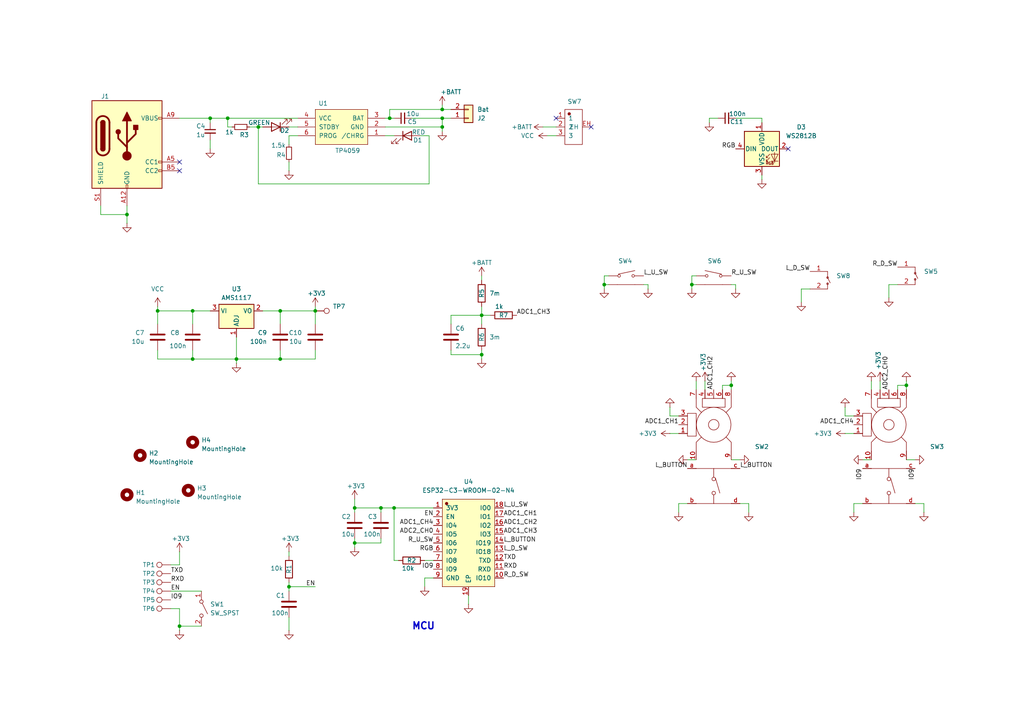
<source format=kicad_sch>
(kicad_sch (version 20231120) (generator "eeschema") (generator_version "8.0")
  (paper "A4")
  (lib_symbols
    (symbol "Connector:TestPoint" (pin_numbers hide) (pin_names (offset 0.762) hide)
      (property "Reference" "TP" (at 0 6.858 0))
      (property "Value" "TestPoint" (at 0 5.08 0))
      (symbol "TestPoint_0_1"
        (circle (center 0 3.302) (radius 0.762))
      )
      (symbol "TestPoint_1_1"
        (pin passive line (at 0 0 90) (length 2.54) (name "1") (number "1"))
      )
    )
    (symbol "Connector:USB_C_Receptacle_PowerOnly_6P" (pin_names (offset 1.016))
      (property "Reference" "J" (at 0 16.51 0))
      (property "Value" "USB_C_Receptacle_PowerOnly_6P" (at 0 13.97 0))
      (symbol "USB_C_Receptacle_PowerOnly_6P_0_0"
        (rectangle (start -0.254 -12.7) (end 0.254 -11.684))
        (rectangle (start 10.16 -7.366) (end 9.144 -7.874))
        (rectangle (start 10.16 -4.826) (end 9.144 -5.334))
        (rectangle (start 10.16 7.874) (end 9.144 7.366))
      )
      (symbol "USB_C_Receptacle_PowerOnly_6P_0_1"
        (rectangle (start -10.16 12.7) (end 10.16 -12.7) (stroke (width 0.254)) (fill (type background)))
        (arc (start -8.89 -1.27) (mid -6.985 -3.1667) (end -5.08 -1.27) (stroke (width 0.508)))
        (arc (start -7.62 -1.27) (mid -6.985 -1.9023) (end -6.35 -1.27) (stroke (width 0.254)))
        (arc (start -7.62 -1.27) (mid -6.985 -1.9023) (end -6.35 -1.27) (stroke (width 0.254)) (fill (type outline)))
        (rectangle (start -7.62 -1.27) (end -6.35 6.35) (stroke (width 0.254)) (fill (type outline)))
        (arc (start -6.35 6.35) (mid -6.985 6.9823) (end -7.62 6.35) (stroke (width 0.254)))
        (arc (start -6.35 6.35) (mid -6.985 6.9823) (end -7.62 6.35) (stroke (width 0.254)) (fill (type outline)))
        (arc (start -5.08 6.35) (mid -6.985 8.2467) (end -8.89 6.35) (stroke (width 0.508)))
        (circle (center -2.54 3.683) (radius 0.635) (stroke (width 0.254)) (fill (type outline)))
        (circle (center 0 -3.302) (radius 1.27) (fill (type outline)))
        (polyline (pts (xy -8.89 -1.27) (xy -8.89 6.35)) (stroke (width 0.508)))
        (polyline (pts (xy -5.08 6.35) (xy -5.08 -1.27)) (stroke (width 0.508)))
        (polyline (pts (xy 0 -3.302) (xy 0 6.858)) (stroke (width 0.508)))
        (polyline (pts (xy 0 -0.762) (xy -2.54 1.778) (xy -2.54 3.048)) (stroke (width 0.508)))
        (polyline (pts (xy 0 0.508) (xy 2.54 3.048) (xy 2.54 4.318)) (stroke (width 0.508)))
        (polyline (pts (xy -1.27 6.858) (xy 0 9.398) (xy 1.27 6.858) (xy -1.27 6.858)) (stroke (width 0.254)) (fill (type outline)))
        (rectangle (start 1.905 4.318) (end 3.175 5.588) (stroke (width 0.254)) (fill (type outline)))
      )
      (symbol "USB_C_Receptacle_PowerOnly_6P_1_1"
        (pin passive line (at 0 -17.78 90) (length 5.08) (name "GND") (number "A12"))
        (pin bidirectional line (at 15.24 -5.08 180) (length 5.08) (name "CC1") (number "A5"))
        (pin passive line (at 15.24 7.62 180) (length 5.08) (name "VBUS") (number "A9"))
        (pin passive line (at 0 -17.78 90) (length 5.08) hide (name "GND") (number "B12"))
        (pin bidirectional line (at 15.24 -7.62 180) (length 5.08) (name "CC2") (number "B5"))
        (pin passive line (at 15.24 7.62 180) (length 5.08) hide (name "VBUS") (number "B9"))
        (pin passive line (at -7.62 -17.78 90) (length 5.08) (name "SHIELD") (number "S1"))
      )
    )
    (symbol "Connector_Generic:Conn_01x02" (pin_names (offset 1.016) hide)
      (property "Reference" "J" (at 0 2.54 0))
      (property "Value" "Conn_01x02" (at 0 -5.08 0))
      (symbol "Conn_01x02_1_1"
        (rectangle (start -1.27 -2.413) (end 0 -2.667) (stroke (width 0.1524)))
        (rectangle (start -1.27 0.127) (end 0 -0.127) (stroke (width 0.1524)))
        (rectangle (start -1.27 1.27) (end 1.27 -3.81) (stroke (width 0.254)) (fill (type background)))
        (pin passive line (at -5.08 0 0) (length 3.81) (name "Pin_1") (number "1"))
        (pin passive line (at -5.08 -2.54 0) (length 3.81) (name "Pin_2") (number "2"))
      )
    )
    (symbol "Device:C" (pin_numbers hide) (pin_names (offset 0.254))
      (property "Reference" "C" (at 0.635 2.54 0))
      (property "Value" "C" (at 0.635 -2.54 0))
      (symbol "C_0_1"
        (polyline (pts (xy -2.032 -0.762) (xy 2.032 -0.762)) (stroke (width 0.508)))
        (polyline (pts (xy -2.032 0.762) (xy 2.032 0.762)) (stroke (width 0.508)))
      )
      (symbol "C_1_1"
        (pin passive line (at 0 3.81 270) (length 2.794) (name "~") (number "1"))
        (pin passive line (at 0 -3.81 90) (length 2.794) (name "~") (number "2"))
      )
    )
    (symbol "Device:C_Small" (pin_numbers hide) (pin_names (offset 0.254) hide)
      (property "Reference" "C" (at 0.254 1.778 0))
      (property "Value" "C_Small" (at 0.254 -2.032 0))
      (symbol "C_Small_0_1"
        (polyline (pts (xy -1.524 -0.508) (xy 1.524 -0.508)) (stroke (width 0.3302)))
        (polyline (pts (xy -1.524 0.508) (xy 1.524 0.508)) (stroke (width 0.3048)))
      )
      (symbol "C_Small_1_1"
        (pin passive line (at 0 2.54 270) (length 2.032) (name "~") (number "1"))
        (pin passive line (at 0 -2.54 90) (length 2.032) (name "~") (number "2"))
      )
    )
    (symbol "Device:LED" (pin_numbers hide) (pin_names (offset 1.016) hide)
      (property "Reference" "D" (at 0 2.54 0))
      (property "Value" "LED" (at 0 -2.54 0))
      (symbol "LED_0_1"
        (polyline (pts (xy -1.27 -1.27) (xy -1.27 1.27)) (stroke (width 0.254)))
        (polyline (pts (xy -1.27 0) (xy 1.27 0)))
        (polyline (pts (xy 1.27 -1.27) (xy 1.27 1.27) (xy -1.27 0) (xy 1.27 -1.27)) (stroke (width 0.254)))
        (polyline (pts (xy -3.048 -0.762) (xy -4.572 -2.286) (xy -3.81 -2.286) (xy -4.572 -2.286) (xy -4.572 -1.524)))
        (polyline (pts (xy -1.778 -0.762) (xy -3.302 -2.286) (xy -2.54 -2.286) (xy -3.302 -2.286) (xy -3.302 -1.524)))
      )
      (symbol "LED_1_1"
        (pin passive line (at -3.81 0 0) (length 2.54) (name "K") (number "1"))
        (pin passive line (at 3.81 0 180) (length 2.54) (name "A") (number "2"))
      )
    )
    (symbol "Device:R" (pin_numbers hide) (pin_names (offset 0))
      (property "Reference" "R" (at 2.032 0 90))
      (property "Value" "R" (at 0 0 90))
      (symbol "R_0_1"
        (rectangle (start -1.016 -2.54) (end 1.016 2.54) (stroke (width 0.254)))
      )
      (symbol "R_1_1"
        (pin passive line (at 0 3.81 270) (length 1.27) (name "~") (number "1"))
        (pin passive line (at 0 -3.81 90) (length 1.27) (name "~") (number "2"))
      )
    )
    (symbol "Device:R_Small" (pin_numbers hide) (pin_names (offset 0.254) hide)
      (property "Reference" "R" (at 0.762 0.508 0))
      (property "Value" "R_Small" (at 0.762 -1.016 0))
      (symbol "R_Small_0_1"
        (rectangle (start -0.762 1.778) (end 0.762 -1.778) (stroke (width 0.2032)))
      )
      (symbol "R_Small_1_1"
        (pin passive line (at 0 2.54 270) (length 0.762) (name "~") (number "1"))
        (pin passive line (at 0 -2.54 90) (length 0.762) (name "~") (number "2"))
      )
    )
    (symbol "LED:WS2812B" (pin_names (offset 0.254))
      (property "Reference" "D" (at 5.08 5.715 0))
      (property "Value" "WS2812B" (at 1.27 -5.715 0))
      (symbol "WS2812B_0_0"
        (text "RGB" (at 2.286 -4.191 0) (effects (font (size 0.762 0.762))))
      )
      (symbol "WS2812B_0_1"
        (polyline (pts (xy 1.27 -3.556) (xy 1.778 -3.556)))
        (polyline (pts (xy 1.27 -2.54) (xy 1.778 -2.54)))
        (polyline (pts (xy 4.699 -3.556) (xy 2.667 -3.556)))
        (polyline (pts (xy 2.286 -2.54) (xy 1.27 -3.556) (xy 1.27 -3.048)))
        (polyline (pts (xy 2.286 -1.524) (xy 1.27 -2.54) (xy 1.27 -2.032)))
        (polyline (pts (xy 3.683 -1.016) (xy 3.683 -3.556) (xy 3.683 -4.064)))
        (polyline (pts (xy 4.699 -1.524) (xy 2.667 -1.524) (xy 3.683 -3.556) (xy 4.699 -1.524)))
        (rectangle (start 5.08 5.08) (end -5.08 -5.08) (stroke (width 0.254)) (fill (type background)))
      )
      (symbol "WS2812B_1_1"
        (pin power_in line (at 0 7.62 270) (length 2.54) (name "VDD") (number "1"))
        (pin output line (at 7.62 0 180) (length 2.54) (name "DOUT") (number "2"))
        (pin power_in line (at 0 -7.62 90) (length 2.54) (name "VSS") (number "3"))
        (pin input line (at -7.62 0 0) (length 2.54) (name "DIN") (number "4"))
      )
    )
    (symbol "Mechanical:MountingHole" (pin_names (offset 1.016))
      (property "Reference" "H" (at 0 5.08 0))
      (property "Value" "MountingHole" (at 0 3.175 0))
      (symbol "MountingHole_0_1"
        (circle (center 0 0) (radius 1.27) (stroke (width 1.27)))
      )
    )
    (symbol "Regulator_Linear:AMS1117"
      (property "Reference" "U" (at -3.81 3.175 0))
      (property "Value" "AMS1117" (at 0 3.175 0))
      (symbol "AMS1117_0_1"
        (rectangle (start -5.08 -5.08) (end 5.08 1.905) (stroke (width 0.254)) (fill (type background)))
      )
      (symbol "AMS1117_1_1"
        (pin input line (at 0 -7.62 90) (length 2.54) (name "ADJ") (number "1"))
        (pin power_out line (at 7.62 0 180) (length 2.54) (name "VO") (number "2"))
        (pin power_in line (at -7.62 0 0) (length 2.54) (name "VI") (number "3"))
      )
    )
    (symbol "Switch:SW_SPST" (pin_names (offset 0) hide)
      (property "Reference" "SW" (at 0 3.175 0))
      (property "Value" "SW_SPST" (at 0 -2.54 0))
      (symbol "SW_SPST_0_0"
        (circle (center -2.032 0) (radius 0.508))
        (polyline (pts (xy -1.524 0.254) (xy 1.524 1.778)))
        (circle (center 2.032 0) (radius 0.508))
      )
      (symbol "SW_SPST_1_1"
        (pin passive line (at -5.08 0 0) (length 2.54) (name "A") (number "1"))
        (pin passive line (at 5.08 0 180) (length 2.54) (name "B") (number "2"))
      )
    )
    (symbol "espController:ESP32-C3-WROOM-02-N4" (pin_names (offset 1.016))
      (property "Reference" "U" (at 0 16.5862 0))
      (property "Value" "ESP32-C3-WROOM-02-N4" (at 0 21.6662 0))
      (symbol "ESP32-C3-WROOM-02-N4_1_1"
        (rectangle (start -7.62 13.97) (end 7.62 -11.43) (stroke (width 0.1524)) (fill (type background)))
        (circle (center -6.35 12.7) (radius 0.381) (stroke (width 0.1524)) (fill (type outline)))
        (pin input line (at -10.16 11.43 0) (length 2.54) (name "3V3") (number "1"))
        (pin input line (at 10.16 -8.89 180) (length 2.54) (name "IO10") (number "10"))
        (pin input line (at 10.16 -6.35 180) (length 2.54) (name "RXD") (number "11"))
        (pin input line (at 10.16 -3.81 180) (length 2.54) (name "TXD") (number "12"))
        (pin input line (at 10.16 -1.27 180) (length 2.54) (name "IO18") (number "13"))
        (pin input line (at 10.16 1.27 180) (length 2.54) (name "IO19") (number "14"))
        (pin input line (at 10.16 3.81 180) (length 2.54) (name "IO3") (number "15"))
        (pin input line (at 10.16 6.35 180) (length 2.54) (name "IO2") (number "16"))
        (pin input line (at 10.16 8.89 180) (length 2.54) (name "IO1") (number "17"))
        (pin input line (at 10.16 11.43 180) (length 2.54) (name "IO0") (number "18"))
        (pin input line (at 0 -13.97 90) (length 2.54) (name "EP") (number "19"))
        (pin input line (at -10.16 8.89 0) (length 2.54) (name "EN") (number "2"))
        (pin input line (at -10.16 6.35 0) (length 2.54) (name "IO4") (number "3"))
        (pin input line (at -10.16 3.81 0) (length 2.54) (name "IO5") (number "4"))
        (pin input line (at -10.16 1.27 0) (length 2.54) (name "IO6") (number "5"))
        (pin input line (at -10.16 -1.27 0) (length 2.54) (name "IO7") (number "6"))
        (pin input line (at -10.16 -3.81 0) (length 2.54) (name "IO8") (number "7"))
        (pin input line (at -10.16 -6.35 0) (length 2.54) (name "IO9") (number "8"))
        (pin input line (at -10.16 -8.89 0) (length 2.54) (name "GND") (number "9"))
      )
    )
    (symbol "espController:RKJXV1224005" (pin_names (offset 1.016) hide)
      (property "Reference" "SW" (at 0 19.558 0))
      (property "Value" "RKJXV1224005" (at 0 24.638 0))
      (symbol "RKJXV1224005_1_1"
        (rectangle (start -6.35 9.652) (end -3.81 3.048) (stroke (width 0.1524)))
        (rectangle (start -2.032 13.97) (end 4.572 11.43) (stroke (width 0.1524)))
        (polyline (pts (xy -3.81 -16.51) (xy 6.35 -16.51)) (stroke (width 0.1524)))
        (polyline (pts (xy -3.81 -6.35) (xy 6.35 -6.35)) (stroke (width 0.1524)))
        (polyline (pts (xy -3.81 11.43) (xy -3.81 13.97)) (stroke (width 0.1524)))
        (polyline (pts (xy -3.81 11.43) (xy -2.286 9.906)) (stroke (width 0.1524)))
        (polyline (pts (xy 1.27 -16.51) (xy 1.27 -13.97)) (stroke (width 0.1524)))
        (polyline (pts (xy 1.27 -6.35) (xy 1.27 -8.89)) (stroke (width 0.1524)))
        (polyline (pts (xy 1.778 -9.144) (xy 3.048 -13.462)) (stroke (width 0.1524)))
        (polyline (pts (xy -3.81 -1.27) (xy -3.81 1.27) (xy -2.286 2.794)) (stroke (width 0.1524)))
        (polyline (pts (xy 6.35 -1.27) (xy 6.35 1.27) (xy 4.826 2.794)) (stroke (width 0.1524)))
        (polyline (pts (xy 6.35 13.97) (xy 6.35 11.43) (xy 4.826 9.906)) (stroke (width 0.1524)))
        (polyline (pts (xy 6.2738 6.35) (xy 6.1722 5.334) (xy 5.8928 4.3942) (xy 5.4356 3.5052) (xy 4.8006 2.7432) (xy 4.0386 2.1082) (xy 3.175 1.651) (xy 2.2352 1.3462) (xy 1.27 1.27) (xy 0.2794 1.3462) (xy -0.6604 1.651) (xy -1.524 2.1082) (xy -2.286 2.7432) (xy -2.921 3.5052) (xy -3.3782 4.3942) (xy -3.6576 5.334) (xy -3.7592 6.35) (xy -3.6576 7.3406) (xy -3.3782 8.2804) (xy -2.921 9.1694) (xy -2.286 9.9314) (xy -1.524 10.5664) (xy -0.6604 11.0236) (xy 0.2794 11.3284) (xy 1.27 11.43) (xy 2.2352 11.3284) (xy 3.175 11.0236) (xy 4.0386 10.5664) (xy 4.8006 9.9314) (xy 5.4356 9.1694) (xy 5.8928 8.2804) (xy 6.1722 7.3406) (xy 6.2738 6.4262)) (stroke (width 0.1524)))
        (circle (center 1.27 -13.462) (radius 0.508) (stroke (width 0.1524)))
        (circle (center 1.27 -9.398) (radius 0.508) (stroke (width 0.1524)))
        (circle (center 1.27 6.35) (radius 1.524) (stroke (width 0.1524)))
        (pin input line (at -8.89 3.81 0) (length 2.54) (name "B") (number "1"))
        (pin input line (at -3.81 -3.81 90) (length 2.54) (name "GND") (number "10"))
        (pin input line (at -8.89 6.35 0) (length 2.54) (name "DTA") (number "2"))
        (pin input line (at -8.89 8.89 0) (length 2.54) (name "A") (number "3"))
        (pin input line (at -1.27 16.51 270) (length 2.54) (name "A") (number "4"))
        (pin input line (at 1.27 16.51 270) (length 2.54) (name "DTA") (number "5"))
        (pin input line (at 3.81 16.51 270) (length 2.54) (name "B") (number "6"))
        (pin input line (at -3.81 16.51 270) (length 2.54) (name "GND") (number "7"))
        (pin input line (at 6.35 16.51 270) (length 2.54) (name "GND") (number "8"))
        (pin input line (at 6.35 -3.81 90) (length 2.54) (name "GND") (number "9"))
        (pin input line (at -6.35 -6.35 0) (length 2.54) (name "a") (number "a"))
        (pin input line (at -6.35 -16.51 0) (length 2.54) (name "b") (number "b"))
        (pin input line (at 8.89 -6.35 180) (length 2.54) (name "c") (number "c"))
        (pin input line (at 8.89 -16.51 180) (length 2.54) (name "d") (number "d"))
      )
    )
    (symbol "espController:SK-12D07-L3-B" (pin_names (offset 1.016))
      (property "Reference" "SW" (at 0 8.4582 0))
      (property "Value" "SK-12D07-L3-B" (at 0 13.5382 0))
      (symbol "SK-12D07-L3-B_1_1"
        (rectangle (start -5.08 2.54) (end 5.08 -2.54) (stroke (width 0.1524)))
        (circle (center -3.81 -1.27) (radius 0.381) (stroke (width 0.1524)) (fill (type outline)))
        (pin input line (at -2.54 -5.08 90) (length 2.54) (name "1") (number "1"))
        (pin input line (at 0 -5.08 90) (length 2.54) (name "2") (number "2"))
        (pin input line (at 2.54 -5.08 90) (length 2.54) (name "3") (number "3"))
        (pin input line (at 0 5.08 270) (length 2.54) (name "EH") (number "EH"))
      )
    )
    (symbol "espController:TC-1102N-C-AS-B" (pin_numbers hide) (pin_names (offset 1.016) hide)
      (property "Reference" "SW" (at 0 4.064 0))
      (property "Value" "TC-1102N-C-AS-B" (at 0 9.144 0))
      (symbol "TC-1102N-C-AS-B_1_1"
        (circle (center -2.032 0) (radius 0.381) (stroke (width 0.1524)))
        (polyline (pts (xy -2.54 -2.54) (xy 2.54 -2.54)) (stroke (width 0.1524)))
        (polyline (pts (xy -2.54 1.524) (xy 2.286 0.508)) (stroke (width 0.1524)))
        (circle (center 2.032 0) (radius 0.381) (stroke (width 0.1524)))
        (pin input line (at -5.08 0 0) (length 2.54) (name "1") (number "1"))
        (pin input line (at 5.08 0 180) (length 2.54) (name "2") (number "2"))
        (pin input line (at 5.08 -2.54 180) (length 2.54) (name "3") (number "3"))
        (pin input line (at -5.08 -2.54 0) (length 2.54) (name "4") (number "4"))
      )
    )
    (symbol "espController:TP4059" (pin_names (offset 1.016))
      (property "Reference" "U" (at 0 7.747 0))
      (property "Value" "TP4059" (at 0 12.827 0))
      (symbol "TP4059_1_1"
        (rectangle (start -7.62 5.08) (end 7.62 -5.08) (stroke (width 0.1524)) (fill (type background)))
        (pin input line (at -12.7 2.54 0) (length 5.08) (name "/CHRG") (number "1"))
        (pin input line (at -12.7 0 0) (length 5.08) (name "GND") (number "2"))
        (pin input line (at -12.7 -2.54 0) (length 5.08) (name "BAT") (number "3"))
        (pin input line (at 12.7 -2.54 180) (length 5.08) (name "VCC") (number "4"))
        (pin input line (at 12.7 0 180) (length 5.08) (name "STDBY") (number "5"))
        (pin input line (at 12.7 2.54 180) (length 5.08) (name "PROG") (number "6"))
      )
    )
    (symbol "espController:TS-1199A-B-B" (pin_names (offset 1.016) hide)
      (property "Reference" "SW" (at 0 7.747 0))
      (property "Value" "TS-1199A-B-B" (at 0 12.827 0))
      (symbol "TS-1199A-B-B_1_1"
        (circle (center 0 -1.016) (radius 0.254) (stroke (width 0.1524)))
        (polyline (pts (xy 0 -2.54) (xy 0 -0.762)) (stroke (width 0.1524)))
        (polyline (pts (xy 0 2.54) (xy 0 0.762)) (stroke (width 0.1524)))
        (polyline (pts (xy 0.762 -0.762) (xy 0 0.762)) (stroke (width 0.1524)))
        (circle (center 0 0.762) (radius 0.254) (stroke (width 0.1524)))
        (pin input line (at -5.08 2.54 0) (length 5.08) (name "1") (number "1"))
        (pin input line (at -5.08 -2.54 0) (length 5.08) (name "2") (number "2"))
      )
    )
    (symbol "power:+3V3" (power) (pin_numbers hide) (pin_names (offset 0) hide)
      (property "Value" "+3V3" (at 0 3.556 0))
      (symbol "+3V3_0_1"
        (polyline (pts (xy -0.762 1.27) (xy 0 2.54)))
        (polyline (pts (xy 0 0) (xy 0 2.54)))
        (polyline (pts (xy 0 2.54) (xy 0.762 1.27)))
      )
      (symbol "+3V3_1_1"
        (pin power_in line (at 0 0 90) (length 0) (name "~") (number "1"))
      )
    )
    (symbol "power:+BATT" (power) (pin_names (offset 0))
      (property "Value" "+BATT" (at 0 3.556 0))
      (symbol "+BATT_0_1"
        (polyline (pts (xy -0.762 1.27) (xy 0 2.54)))
        (polyline (pts (xy 0 0) (xy 0 2.54)))
        (polyline (pts (xy 0 2.54) (xy 0.762 1.27)))
      )
      (symbol "+BATT_1_1"
        (pin power_in line (at 0 0 90) (length 0) hide (name "+BATT") (number "1"))
      )
    )
    (symbol "power:GND" (power) (pin_numbers hide) (pin_names (offset 0) hide)
      (property "Value" "GND" (at 0 -3.81 0))
      (symbol "GND_0_1"
        (polyline (pts (xy 0 0) (xy 0 -1.27) (xy 1.27 -1.27) (xy 0 -2.54) (xy -1.27 -1.27) (xy 0 -1.27)))
      )
      (symbol "GND_1_1"
        (pin power_in line (at 0 0 270) (length 0) (name "~") (number "1"))
      )
    )
    (symbol "power:VCC" (power) (pin_numbers hide) (pin_names (offset 0) hide)
      (property "Value" "VCC" (at 0 3.556 0))
      (symbol "VCC_0_1"
        (polyline (pts (xy -0.762 1.27) (xy 0 2.54)))
        (polyline (pts (xy 0 0) (xy 0 2.54)))
        (polyline (pts (xy 0 2.54) (xy 0.762 1.27)))
      )
      (symbol "VCC_1_1"
        (pin power_in line (at 0 0 90) (length 0) (name "~") (number "1"))
      )
    )
  )
  (junction (at 128.27 34.29))
  (junction (at 262.89 111.76))
  (junction (at 55.88 90.17))
  (junction (at 60.96 34.29))
  (junction (at 68.58 104.14))
  (junction (at 114.3 147.32))
  (junction (at 81.28 104.14))
  (junction (at 139.7 102.87))
  (junction (at 212.09 111.76))
  (junction (at 52.07 181.61))
  (junction (at 139.7 91.44))
  (junction (at 175.26 82.55))
  (junction (at 200.66 82.55))
  (junction (at 102.87 147.32))
  (junction (at 102.87 157.48))
  (junction (at 110.49 147.32))
  (junction (at 113.03 34.29))
  (junction (at 81.28 90.17))
  (junction (at 83.82 170.18))
  (junction (at 74.93 36.83))
  (junction (at 66.04 34.29))
  (junction (at 45.72 90.17))
  (junction (at 128.27 36.83))
  (junction (at 36.83 62.23))
  (junction (at 91.44 90.17))
  (junction (at 55.88 104.14))
  (junction (at 128.27 31.75))
  (no_connect (at 52.07 46.99))
  (no_connect (at 228.6 43.18))
  (no_connect (at 52.07 49.53))
  (no_connect (at 161.29 34.29))
  (no_connect (at 171.45 36.83))
  (wire (pts (xy 196.85 146.05) (xy 196.85 148.59)))
  (wire (pts (xy 29.21 62.23) (xy 36.83 62.23)))
  (wire (pts (xy 91.44 90.17) (xy 91.44 93.98)))
  (wire (pts (xy 81.28 104.14) (xy 68.58 104.14)))
  (wire (pts (xy 252.73 133.35) (xy 250.19 133.35)))
  (wire (pts (xy 91.44 88.9) (xy 91.44 90.17)))
  (wire (pts (xy 220.98 34.29) (xy 213.36 34.29)))
  (wire (pts (xy 52.07 181.61) (xy 52.07 182.88)))
  (wire (pts (xy 186.69 82.55) (xy 187.96 82.55)))
  (wire (pts (xy 255.27 110.49) (xy 255.27 113.03)))
  (wire (pts (xy 212.09 82.55) (xy 213.36 82.55)))
  (wire (pts (xy 220.98 50.8) (xy 220.98 52.07)))
  (wire (pts (xy 36.83 62.23) (xy 36.83 64.77)))
  (wire (pts (xy 245.11 120.65) (xy 245.11 118.11)))
  (wire (pts (xy 194.31 120.65) (xy 196.85 120.65)))
  (wire (pts (xy 45.72 93.98) (xy 45.72 90.17)))
  (wire (pts (xy 119.38 34.29) (xy 128.27 34.29)))
  (wire (pts (xy 45.72 101.6) (xy 45.72 104.14)))
  (wire (pts (xy 91.44 104.14) (xy 81.28 104.14)))
  (wire (pts (xy 52.07 34.29) (xy 60.96 34.29)))
  (wire (pts (xy 113.03 31.75) (xy 113.03 34.29)))
  (wire (pts (xy 247.65 146.05) (xy 250.19 146.05)))
  (wire (pts (xy 111.76 39.37) (xy 114.3 39.37)))
  (wire (pts (xy 175.26 82.55) (xy 175.26 83.82)))
  (wire (pts (xy 205.74 34.29) (xy 208.28 34.29)))
  (wire (pts (xy 130.81 101.6) (xy 130.81 102.87)))
  (wire (pts (xy 45.72 90.17) (xy 55.88 90.17)))
  (wire (pts (xy 83.82 170.18) (xy 83.82 171.45)))
  (wire (pts (xy 45.72 104.14) (xy 55.88 104.14)))
  (wire (pts (xy 55.88 90.17) (xy 60.96 90.17)))
  (wire (pts (xy 130.81 31.75) (xy 128.27 31.75)))
  (wire (pts (xy 214.63 146.05) (xy 217.17 146.05)))
  (wire (pts (xy 55.88 104.14) (xy 68.58 104.14)))
  (wire (pts (xy 257.81 82.55) (xy 260.35 82.55)))
  (wire (pts (xy 128.27 34.29) (xy 128.27 36.83)))
  (wire (pts (xy 139.7 104.14) (xy 139.7 102.87)))
  (wire (pts (xy 139.7 91.44) (xy 139.7 93.98)))
  (wire (pts (xy 81.28 101.6) (xy 81.28 104.14)))
  (wire (pts (xy 83.82 36.83) (xy 86.36 36.83)))
  (wire (pts (xy 158.75 39.37) (xy 161.29 39.37)))
  (wire (pts (xy 76.2 90.17) (xy 81.28 90.17)))
  (wire (pts (xy 245.11 125.73) (xy 247.65 125.73)))
  (wire (pts (xy 45.72 88.9) (xy 45.72 90.17)))
  (wire (pts (xy 52.07 176.53) (xy 52.07 181.61)))
  (wire (pts (xy 74.93 36.83) (xy 76.2 36.83)))
  (wire (pts (xy 130.81 93.98) (xy 130.81 91.44)))
  (wire (pts (xy 72.39 36.83) (xy 74.93 36.83)))
  (wire (pts (xy 196.85 146.05) (xy 199.39 146.05)))
  (wire (pts (xy 267.97 146.05) (xy 267.97 148.59)))
  (wire (pts (xy 49.53 176.53) (xy 52.07 176.53)))
  (wire (pts (xy 200.66 80.01) (xy 200.66 82.55)))
  (wire (pts (xy 130.81 102.87) (xy 139.7 102.87)))
  (wire (pts (xy 260.35 111.76) (xy 262.89 111.76)))
  (wire (pts (xy 49.53 171.45) (xy 58.42 171.45)))
  (wire (pts (xy 81.28 90.17) (xy 81.28 93.98)))
  (wire (pts (xy 205.74 34.29) (xy 205.74 35.56)))
  (wire (pts (xy 175.26 80.01) (xy 176.53 80.01)))
  (wire (pts (xy 139.7 80.01) (xy 139.7 81.28)))
  (wire (pts (xy 81.28 90.17) (xy 91.44 90.17)))
  (wire (pts (xy 111.76 36.83) (xy 128.27 36.83)))
  (wire (pts (xy 232.41 83.82) (xy 234.95 83.82)))
  (wire (pts (xy 91.44 101.6) (xy 91.44 104.14)))
  (wire (pts (xy 110.49 157.48) (xy 102.87 157.48)))
  (wire (pts (xy 83.82 160.02) (xy 83.82 161.29)))
  (wire (pts (xy 139.7 91.44) (xy 142.24 91.44)))
  (wire (pts (xy 52.07 181.61) (xy 58.42 181.61)))
  (wire (pts (xy 200.66 80.01) (xy 201.93 80.01)))
  (wire (pts (xy 60.96 34.29) (xy 66.04 34.29)))
  (wire (pts (xy 175.26 82.55) (xy 176.53 82.55)))
  (wire (pts (xy 102.87 156.21) (xy 102.87 157.48)))
  (wire (pts (xy 194.31 125.73) (xy 196.85 125.73)))
  (wire (pts (xy 232.41 83.82) (xy 232.41 87.63)))
  (wire (pts (xy 83.82 179.07) (xy 83.82 182.88)))
  (wire (pts (xy 212.09 111.76) (xy 212.09 110.49)))
  (wire (pts (xy 60.96 40.64) (xy 60.96 43.18)))
  (wire (pts (xy 83.82 46.99) (xy 83.82 49.53)))
  (wire (pts (xy 213.36 82.55) (xy 213.36 83.82)))
  (wire (pts (xy 123.19 162.56) (xy 125.73 162.56)))
  (wire (pts (xy 212.09 133.35) (xy 214.63 133.35)))
  (wire (pts (xy 74.93 53.34) (xy 74.93 36.83)))
  (wire (pts (xy 209.55 111.76) (xy 212.09 111.76)))
  (wire (pts (xy 60.96 34.29) (xy 60.96 35.56)))
  (wire (pts (xy 124.46 53.34) (xy 124.46 39.37)))
  (wire (pts (xy 83.82 168.91) (xy 83.82 170.18)))
  (wire (pts (xy 102.87 147.32) (xy 102.87 148.59)))
  (wire (pts (xy 128.27 31.75) (xy 113.03 31.75)))
  (wire (pts (xy 123.19 167.64) (xy 125.73 167.64)))
  (wire (pts (xy 111.76 34.29) (xy 113.03 34.29)))
  (wire (pts (xy 262.89 133.35) (xy 265.43 133.35)))
  (wire (pts (xy 110.49 156.21) (xy 110.49 157.48)))
  (wire (pts (xy 66.04 36.83) (xy 66.04 34.29)))
  (wire (pts (xy 262.89 113.03) (xy 262.89 111.76)))
  (wire (pts (xy 68.58 97.79) (xy 68.58 104.14)))
  (wire (pts (xy 110.49 147.32) (xy 110.49 148.59)))
  (wire (pts (xy 194.31 120.65) (xy 194.31 118.11)))
  (wire (pts (xy 128.27 34.29) (xy 130.81 34.29)))
  (wire (pts (xy 139.7 88.9) (xy 139.7 91.44)))
  (wire (pts (xy 102.87 157.48) (xy 102.87 158.75)))
  (wire (pts (xy 204.47 110.49) (xy 204.47 113.03)))
  (wire (pts (xy 83.82 39.37) (xy 83.82 41.91)))
  (wire (pts (xy 128.27 30.48) (xy 128.27 31.75)))
  (wire (pts (xy 212.09 113.03) (xy 212.09 111.76)))
  (wire (pts (xy 67.31 36.83) (xy 66.04 36.83)))
  (wire (pts (xy 260.35 113.03) (xy 260.35 111.76)))
  (wire (pts (xy 36.83 59.69) (xy 36.83 62.23)))
  (wire (pts (xy 252.73 113.03) (xy 252.73 110.49)))
  (wire (pts (xy 83.82 170.18) (xy 91.44 170.18)))
  (wire (pts (xy 113.03 34.29) (xy 114.3 34.29)))
  (wire (pts (xy 29.21 59.69) (xy 29.21 62.23)))
  (wire (pts (xy 201.93 133.35) (xy 199.39 133.35)))
  (wire (pts (xy 123.19 167.64) (xy 123.19 170.18)))
  (wire (pts (xy 86.36 39.37) (xy 83.82 39.37)))
  (wire (pts (xy 217.17 146.05) (xy 217.17 148.59)))
  (wire (pts (xy 128.27 36.83) (xy 128.27 38.1)))
  (wire (pts (xy 175.26 80.01) (xy 175.26 82.55)))
  (wire (pts (xy 247.65 146.05) (xy 247.65 148.59)))
  (wire (pts (xy 187.96 82.55) (xy 187.96 83.82)))
  (wire (pts (xy 257.81 82.55) (xy 257.81 86.36)))
  (wire (pts (xy 52.07 160.02) (xy 52.07 163.83)))
  (wire (pts (xy 55.88 101.6) (xy 55.88 104.14)))
  (wire (pts (xy 157.48 36.83) (xy 161.29 36.83)))
  (wire (pts (xy 200.66 82.55) (xy 201.93 82.55)))
  (wire (pts (xy 55.88 93.98) (xy 55.88 90.17)))
  (wire (pts (xy 201.93 113.03) (xy 201.93 110.49)))
  (wire (pts (xy 262.89 111.76) (xy 262.89 110.49)))
  (wire (pts (xy 265.43 146.05) (xy 267.97 146.05)))
  (wire (pts (xy 139.7 102.87) (xy 139.7 101.6)))
  (wire (pts (xy 114.3 162.56) (xy 115.57 162.56)))
  (wire (pts (xy 114.3 147.32) (xy 114.3 162.56)))
  (wire (pts (xy 124.46 39.37) (xy 121.92 39.37)))
  (wire (pts (xy 66.04 34.29) (xy 86.36 34.29)))
  (wire (pts (xy 135.89 172.72) (xy 135.89 175.26)))
  (wire (pts (xy 49.53 163.83) (xy 52.07 163.83)))
  (wire (pts (xy 68.58 104.14) (xy 68.58 105.41)))
  (wire (pts (xy 110.49 147.32) (xy 114.3 147.32)))
  (wire (pts (xy 220.98 35.56) (xy 220.98 34.29)))
  (wire (pts (xy 114.3 147.32) (xy 125.73 147.32)))
  (wire (pts (xy 245.11 120.65) (xy 247.65 120.65)))
  (wire (pts (xy 102.87 144.78) (xy 102.87 147.32)))
  (wire (pts (xy 200.66 82.55) (xy 200.66 83.82)))
  (wire (pts (xy 110.49 147.32) (xy 102.87 147.32)))
  (wire (pts (xy 209.55 113.03) (xy 209.55 111.76)))
  (wire (pts (xy 74.93 53.34) (xy 124.46 53.34)))
  (wire (pts (xy 130.81 91.44) (xy 139.7 91.44)))
  (text "MCU" (at 119.38 182.88 0) (effects (font (size 2 2) (thickness 0.4) (bold yes)) (justify left bottom)))
  (label "R_D_SW" (at 146.05 167.64 0))
  (label "ADC1_CH2" (at 207.01 113.03 90))
  (label "R_U_SW" (at 125.73 157.48 180))
  (label "RGB" (at 125.73 160.02 180))
  (label "RXD" (at 146.05 165.1 0))
  (label "L_D_SW" (at 234.95 78.74 180))
  (label "L_BUTTON" (at 146.05 157.48 0))
  (label "RXD" (at 49.53 168.91 0))
  (label "EN" (at 49.53 171.45 0))
  (label "L_D_SW" (at 146.05 160.02 0))
  (label "EN" (at 91.44 170.18 180))
  (label "ADC1_CH4" (at 125.73 152.4 180))
  (label "IO9" (at 265.43 135.89 270))
  (label "R_U_SW" (at 212.09 80.01 0))
  (label "R_D_SW" (at 260.35 77.47 180))
  (label "RGB" (at 213.36 43.18 180))
  (label "TXD" (at 49.53 166.37 0))
  (label "ADC1_CH3" (at 146.05 154.94 0))
  (label "TXD" (at 146.05 162.56 0))
  (label "IO9" (at 250.19 135.89 270))
  (label "ADC1_CH4" (at 247.65 123.19 180))
  (label "ADC2_CH0" (at 125.73 154.94 180))
  (label "EN" (at 125.73 149.86 180))
  (label "ADC1_CH2" (at 146.05 152.4 0))
  (label "IO9" (at 49.53 173.99 0))
  (label "ADC2_CH0" (at 257.81 113.03 90))
  (label "L_BUTTON" (at 214.63 135.89 0))
  (label "ADC1_CH1" (at 196.85 123.19 180))
  (label "L_BUTTON" (at 199.39 135.89 180))
  (label "L_U_SW" (at 186.69 80.01 0))
  (label "ADC1_CH1" (at 146.05 149.86 0))
  (label "L_U_SW" (at 146.05 147.32 0))
  (label "IO9" (at 125.73 165.1 180))
  (label "ADC1_CH3" (at 149.86 91.44 0))
  (symbol (lib_id "Mechanical:MountingHole") (at 54.61 142.24 0) (unit 1)
    (property "Reference" "H3" (at 57.15 141.605 0) (effects (justify left)))
    (property "Value" "MountingHole" (at 57.15 144.145 0) (effects (justify left)))
    (property "Footprint" "MountingHole:MountingHole_2.2mm_M2_Pad" (effects (hide yes)))
  )
  (symbol (lib_id "Switch:SW_SPST") (at 58.42 176.53 270) (unit 1)
    (property "Reference" "SW1" (at 60.96 175.2599 90) (effects (justify left)))
    (property "Value" "SW_SPST" (at 60.96 177.7999 90) (effects (justify left)))
    (property "Footprint" "Button_Switch_SMD:SW_SPST_B3U-1000P" (effects (hide yes)))
    (property "Description" "Single Pole Single Throw (SPST) switch" (effects (hide yes)))
  )
  (symbol (lib_id "espController:SK-12D07-L3-B") (at 166.37 36.83 270) (unit 1)
    (property "Reference" "SW7" (at 166.624 29.464 90))
    (property "Value" "SK-12D07-L3-B" (effects (hide yes)))
    (property "Footprint" "Button_Switch_SMD:SW_SPDT_CK_JS102011SAQN" (effects (hide yes)))
    (property "Datasheet" "http://www.szlcsc.com/product/details_487802.html" (effects (hide yes)))
    (property "Description" "C480339" (effects (hide yes)))
    (property "uuid" "std:f81ee0bbf58047c0932804b7db515536" (effects (hide yes)))
  )
  (symbol (lib_id "espController:TS-1199A-B-B") (at 240.03 81.28 0) (unit 1)
    (property "Reference" "SW8" (at 242.57 80.0099 0) (effects (justify left)))
    (property "Value" "TS-1199A-B-B" (effects (hide yes)))
    (property "Footprint" "espController:SW-SMD_L6.0-W6.0-P6.00-LS6.6" (effects (hide yes)))
    (property "Datasheet" "http://www.szlcsc.com/product/details_724359.html" (effects (hide yes)))
    (property "Description" "C692476" (effects (hide yes)))
    (property "uuid" "std:a8f90e8ccef74c11ad070f97756e49fb" (effects (hide yes)))
  )
  (symbol (lib_id "power:+3V3") (at 255.27 110.49 0) (unit 1)
    (property "Reference" "#PWR026" (effects (hide yes)))
    (property "Value" "+3V3" (at 254.762 107.188 90) (effects (justify left)))
    (property "Description" "Power symbol creates a global label with name \"+3V3\"" (effects (hide yes)))
  )
  (symbol (lib_id "Mechanical:MountingHole") (at 40.64 132.08 0) (unit 1)
    (property "Reference" "H2" (at 43.18 131.445 0) (effects (justify left)))
    (property "Value" "MountingHole" (at 43.18 133.985 0) (effects (justify left)))
    (property "Footprint" "MountingHole:MountingHole_2.2mm_M2_Pad" (effects (hide yes)))
  )
  (symbol (lib_id "power:VCC") (at 158.75 39.37 90) (unit 1)
    (property "Reference" "#PWR044" (effects (hide yes)))
    (property "Value" "VCC" (at 154.94 39.3699 90) (effects (justify left)))
    (property "Description" "Power symbol creates a global label with name \"VCC\"" (effects (hide yes)))
  )
  (symbol (lib_id "Connector:TestPoint") (at 49.53 168.91 90) (unit 1)
    (property "Reference" "TP3" (at 43.18 168.91 90))
    (property "Value" "TestPoint" (effects (hide yes)))
    (property "Footprint" "TestPoint:TestPoint_Pad_D1.0mm" (effects (hide yes)))
  )
  (symbol (lib_id "Device:R_Small") (at 69.85 36.83 90) (unit 1)
    (property "Reference" "R3" (at 70.866 39.116 90))
    (property "Value" "1k" (at 66.548 38.354 90))
    (property "Footprint" "Resistor_SMD:R_0603_1608Metric_Pad0.98x0.95mm_HandSolder" (effects (hide yes)))
    (property "Description" "Resistor, small symbol" (effects (hide yes)))
  )
  (symbol (lib_id "power:GND") (at 205.74 35.56 0) (unit 1)
    (property "Reference" "#PWR040" (effects (hide yes)))
    (property "Value" "GND" (effects (hide yes)))
    (property "Description" "Power symbol creates a global label with name \"GND\" , ground" (effects (hide yes)))
  )
  (symbol (lib_id "power:GND") (at 214.63 133.35 90) (unit 1)
    (property "Reference" "#PWR036" (effects (hide yes)))
    (property "Value" "GND" (effects (hide yes)))
    (property "Description" "Power symbol creates a global label with name \"GND\" , ground" (effects (hide yes)))
  )
  (symbol (lib_id "Connector:TestPoint") (at 49.53 176.53 90) (unit 1)
    (property "Reference" "TP6" (at 43.18 176.53 90))
    (property "Value" "TestPoint" (effects (hide yes)))
    (property "Footprint" "TestPoint:TestPoint_Pad_D1.0mm" (effects (hide yes)))
  )
  (symbol (lib_id "power:+3V3") (at 245.11 125.73 90) (unit 1)
    (property "Reference" "#PWR025" (effects (hide yes)))
    (property "Value" "+3V3" (at 241.3 125.7299 90) (effects (justify left)))
    (property "Description" "Power symbol creates a global label with name \"+3V3\"" (effects (hide yes)))
  )
  (symbol (lib_id "espController:ESP32-C3-WROOM-02-N4") (at 135.89 158.75 0) (unit 1)
    (property "Reference" "U4" (at 135.89 139.7 0))
    (property "Value" "ESP32-C3-WROOM-02-N4" (at 135.89 142.24 0))
    (property "Footprint" "espController:ESP32-C3-WROOM-02" (effects (hide yes)))
    (property "Description" "C9900000362" (effects (hide yes)))
    (property "uuid" "std:80e57613425b46c2881201d76cb7a63c" (effects (hide yes)))
  )
  (symbol (lib_id "power:GND") (at 196.85 148.59 0) (unit 1)
    (property "Reference" "#PWR031" (effects (hide yes)))
    (property "Value" "GND" (effects (hide yes)))
    (property "Description" "Power symbol creates a global label with name \"GND\" , ground" (effects (hide yes)))
  )
  (symbol (lib_id "power:GND") (at 200.66 83.82 0) (unit 1)
    (property "Reference" "#PWR018" (effects (hide yes)))
    (property "Value" "GND" (effects (hide yes)))
    (property "Description" "Power symbol creates a global label with name \"GND\" , ground" (effects (hide yes)))
  )
  (symbol (lib_id "espController:TS-1199A-B-B") (at 265.43 80.01 0) (unit 1)
    (property "Reference" "SW5" (at 267.97 78.7399 0) (effects (justify left)))
    (property "Value" "TS-1199A-B-B" (effects (hide yes)))
    (property "Footprint" "espController:SW-SMD_L6.0-W6.0-P6.00-LS6.6" (effects (hide yes)))
    (property "Datasheet" "http://www.szlcsc.com/product/details_724359.html" (effects (hide yes)))
    (property "Description" "C692476" (effects (hide yes)))
    (property "uuid" "std:a8f90e8ccef74c11ad070f97756e49fb" (effects (hide yes)))
  )
  (symbol (lib_id "power:+BATT") (at 157.48 36.83 90) (unit 1)
    (property "Reference" "#PWR043" (effects (hide yes)))
    (property "Value" "+BATT" (at 151.384 36.83 90))
  )
  (symbol (lib_id "Device:R") (at 119.38 162.56 270) (unit 1)
    (property "Reference" "R2" (at 119.38 162.56 90))
    (property "Value" "10k" (at 118.364 164.846 90))
    (property "Footprint" "Resistor_SMD:R_0603_1608Metric_Pad0.98x0.95mm_HandSolder" (effects (hide yes)))
  )
  (symbol (lib_id "power:GND") (at 83.82 49.53 0) (unit 1)
    (property "Reference" "#PWR011" (effects (hide yes)))
    (property "Value" "GND" (effects (hide yes)))
    (property "Description" "Power symbol creates a global label with name \"GND\" , ground" (effects (hide yes)))
  )
  (symbol (lib_id "power:GND") (at 247.65 148.59 0) (unit 1)
    (property "Reference" "#PWR020" (effects (hide yes)))
    (property "Value" "GND" (effects (hide yes)))
    (property "Description" "Power symbol creates a global label with name \"GND\" , ground" (effects (hide yes)))
  )
  (symbol (lib_id "espController:TP4059") (at 99.06 36.83 180) (unit 1)
    (property "Reference" "U1" (at 93.726 29.972 0))
    (property "Value" "TP4059" (at 100.838 43.688 0))
    (property "Footprint" "espController:SOT-23-6_L2.9-W1.6-P0.95-LS2.8-BR" (effects (hide yes)))
    (property "Datasheet" "http://www.szlcsc.com/product/details_81510.html" (effects (hide yes)))
    (property "Description" "C80364" (effects (hide yes)))
    (property "uuid" "std:c0a8683e471825146d81476b16429dcb" (effects (hide yes)))
  )
  (symbol (lib_id "Device:C") (at 130.81 97.79 0) (unit 1)
    (property "Reference" "C6" (at 132.08 95.25 0) (effects (justify left)))
    (property "Value" "2.2u" (at 132.08 100.33 0) (effects (justify left)))
    (property "Footprint" "Capacitor_SMD:C_0603_1608Metric_Pad1.08x0.95mm_HandSolder" (effects (hide yes)))
  )
  (symbol (lib_id "Device:LED") (at 118.11 39.37 0) (unit 1)
    (property "Reference" "D1" (at 121.158 40.64 0))
    (property "Value" "RED" (at 121.412 38.354 0))
    (property "Footprint" "LED_SMD:LED_0603_1608Metric_Pad1.05x0.95mm_HandSolder" (effects (hide yes)))
    (property "Description" "Light emitting diode" (effects (hide yes)))
  )
  (symbol (lib_id "power:GND") (at 102.87 158.75 0) (unit 1)
    (property "Reference" "#PWR09" (effects (hide yes)))
    (property "Value" "GND" (effects (hide yes)))
    (property "Description" "Power symbol creates a global label with name \"GND\" , ground" (effects (hide yes)))
  )
  (symbol (lib_id "power:+3V3") (at 83.82 160.02 0) (unit 1)
    (property "Reference" "#PWR03" (effects (hide yes)))
    (property "Value" "+3V3" (at 81.534 156.21 0) (effects (justify left)))
    (property "Description" "Power symbol creates a global label with name \"+3V3\"" (effects (hide yes)))
  )
  (symbol (lib_id "Device:C") (at 102.87 152.4 0) (unit 1)
    (property "Reference" "C2" (at 99.06 149.86 0) (effects (justify left)))
    (property "Value" "10u" (at 99.06 154.94 0) (effects (justify left)))
    (property "Footprint" "Capacitor_SMD:C_0805_2012Metric_Pad1.18x1.45mm_HandSolder" (effects (hide yes)))
  )
  (symbol (lib_id "Connector:TestPoint") (at 49.53 166.37 90) (unit 1)
    (property "Reference" "TP2" (at 43.18 166.37 90))
    (property "Value" "TestPoint" (effects (hide yes)))
    (property "Footprint" "TestPoint:TestPoint_Pad_D1.0mm" (effects (hide yes)))
  )
  (symbol (lib_id "power:GND") (at 60.96 43.18 0) (unit 1)
    (property "Reference" "#PWR012" (effects (hide yes)))
    (property "Value" "GND" (effects (hide yes)))
    (property "Description" "Power symbol creates a global label with name \"GND\" , ground" (effects (hide yes)))
  )
  (symbol (lib_id "power:+BATT") (at 139.7 80.01 0) (unit 1)
    (property "Reference" "#PWR038" (effects (hide yes)))
    (property "Value" "+BATT" (at 139.7 76.2 0))
  )
  (symbol (lib_id "Device:C") (at 83.82 175.26 0) (unit 1)
    (property "Reference" "C1" (at 80.01 172.72 0) (effects (justify left)))
    (property "Value" "100n" (at 78.74 177.8 0) (effects (justify left)))
    (property "Footprint" "Capacitor_SMD:C_0603_1608Metric_Pad1.08x0.95mm_HandSolder" (effects (hide yes)))
  )
  (symbol (lib_id "Device:C_Small") (at 116.84 34.29 90) (unit 1)
    (property "Reference" "C5" (at 120.904 35.306 90) (effects (justify left)))
    (property "Value" "10u" (at 121.666 33.02 90) (effects (justify left)))
    (property "Footprint" "Capacitor_SMD:C_0805_2012Metric_Pad1.18x1.45mm_HandSolder" (effects (hide yes)))
    (property "Description" "Unpolarized capacitor, small symbol" (effects (hide yes)))
  )
  (symbol (lib_id "Mechanical:MountingHole") (at 55.88 128.27 0) (unit 1)
    (property "Reference" "H4" (at 58.42 127.635 0) (effects (justify left)))
    (property "Value" "MountingHole" (at 58.42 130.175 0) (effects (justify left)))
    (property "Footprint" "MountingHole:MountingHole_2.2mm_M2_Pad" (effects (hide yes)))
  )
  (symbol (lib_id "Device:R") (at 139.7 85.09 180) (unit 1)
    (property "Reference" "R5" (at 139.7 85.09 90))
    (property "Value" "7m" (at 143.51 85.09 0))
    (property "Footprint" "Resistor_SMD:R_0603_1608Metric_Pad0.98x0.95mm_HandSolder" (effects (hide yes)))
  )
  (symbol (lib_id "Device:LED") (at 80.01 36.83 180) (unit 1)
    (property "Reference" "D2" (at 82.55 37.846 0))
    (property "Value" "GREEN" (at 75.184 35.56 0))
    (property "Footprint" "LED_SMD:LED_0603_1608Metric_Pad1.05x0.95mm_HandSolder" (effects (hide yes)))
    (property "Description" "Light emitting diode" (effects (hide yes)))
  )
  (symbol (lib_id "power:GND") (at 212.09 110.49 180) (unit 1)
    (property "Reference" "#PWR035" (effects (hide yes)))
    (property "Value" "GND" (effects (hide yes)))
    (property "Description" "Power symbol creates a global label with name \"GND\" , ground" (effects (hide yes)))
  )
  (symbol (lib_id "Connector:TestPoint") (at 49.53 171.45 90) (unit 1)
    (property "Reference" "TP4" (at 43.18 171.45 90))
    (property "Value" "TestPoint" (effects (hide yes)))
    (property "Footprint" "TestPoint:TestPoint_Pad_D1.0mm" (effects (hide yes)))
  )
  (symbol (lib_id "power:GND") (at 187.96 83.82 0) (unit 1)
    (property "Reference" "#PWR017" (effects (hide yes)))
    (property "Value" "GND" (effects (hide yes)))
    (property "Description" "Power symbol creates a global label with name \"GND\" , ground" (effects (hide yes)))
  )
  (symbol (lib_id "power:GND") (at 83.82 182.88 0) (unit 1)
    (property "Reference" "#PWR04" (effects (hide yes)))
    (property "Value" "GND" (effects (hide yes)))
    (property "Description" "Power symbol creates a global label with name \"GND\" , ground" (effects (hide yes)))
  )
  (symbol (lib_id "espController:RKJXV1224005") (at 205.74 129.54 0) (unit 1)
    (property "Reference" "SW2" (at 220.98 129.5714 0))
    (property "Value" "RKJXV1224005" (effects (hide yes)))
    (property "Footprint" "espController:SW-TH_RKJXV1224005" (effects (hide yes)))
    (property "Datasheet" "http://www.szlcsc.com/product/details_157502.html" (effects (hide yes)))
    (property "Description" "C146170" (effects (hide yes)))
    (property "uuid" "std:95521bddf2bc42b6b3a97ee0acf25854" (effects (hide yes)))
  )
  (symbol (lib_id "power:GND") (at 68.58 105.41 0) (unit 1)
    (property "Reference" "#PWR07" (effects (hide yes)))
    (property "Value" "GND" (effects (hide yes)))
    (property "Description" "Power symbol creates a global label with name \"GND\" , ground" (effects (hide yes)))
  )
  (symbol (lib_id "power:GND") (at 128.27 38.1 0) (unit 1)
    (property "Reference" "#PWR015" (effects (hide yes)))
    (property "Value" "GND" (effects (hide yes)))
    (property "Description" "Power symbol creates a global label with name \"GND\" , ground" (effects (hide yes)))
  )
  (symbol (lib_id "Regulator_Linear:AMS1117") (at 68.58 90.17 0) (unit 1)
    (property "Reference" "U3" (at 68.58 83.82 0))
    (property "Value" "AMS1117" (at 68.58 86.36 0))
    (property "Footprint" "Package_TO_SOT_SMD:SOT-89-3_Handsoldering" (effects (hide yes)))
    (property "Datasheet" "http://www.advanced-monolithic.com/pdf/ds1117.pdf" (effects (hide yes)))
    (property "Description" "1A Low Dropout regulator, positive, adjustable output, SOT-223" (effects (hide yes)))
  )
  (symbol (lib_id "espController:RKJXV1224005") (at 256.54 129.54 0) (unit 1)
    (property "Reference" "SW3" (at 271.78 129.5714 0))
    (property "Value" "RKJXV1224005" (effects (hide yes)))
    (property "Footprint" "espController:SW-TH_RKJXV1224005" (effects (hide yes)))
    (property "Datasheet" "http://www.szlcsc.com/product/details_157502.html" (effects (hide yes)))
    (property "Description" "C146170" (effects (hide yes)))
    (property "uuid" "std:95521bddf2bc42b6b3a97ee0acf25854" (effects (hide yes)))
  )
  (symbol (lib_id "power:GND") (at 201.93 110.49 180) (unit 1)
    (property "Reference" "#PWR033" (effects (hide yes)))
    (property "Value" "GND" (effects (hide yes)))
    (property "Description" "Power symbol creates a global label with name \"GND\" , ground" (effects (hide yes)))
  )
  (symbol (lib_id "power:GND") (at 245.11 118.11 180) (unit 1)
    (property "Reference" "#PWR024" (effects (hide yes)))
    (property "Value" "GND" (effects (hide yes)))
    (property "Description" "Power symbol creates a global label with name \"GND\" , ground" (effects (hide yes)))
  )
  (symbol (lib_id "Device:R") (at 83.82 165.1 180) (unit 1)
    (property "Reference" "R1" (at 83.82 165.1 90))
    (property "Value" "10k" (at 80.264 164.846 0))
    (property "Footprint" "Resistor_SMD:R_0603_1608Metric_Pad0.98x0.95mm_HandSolder" (effects (hide yes)))
  )
  (symbol (lib_id "Mechanical:MountingHole") (at 36.83 143.51 0) (unit 1)
    (property "Reference" "H1" (at 39.37 142.875 0) (effects (justify left)))
    (property "Value" "MountingHole" (at 39.37 145.415 0) (effects (justify left)))
    (property "Footprint" "MountingHole:MountingHole_2.2mm_M2_Pad" (effects (hide yes)))
  )
  (symbol (lib_id "power:GND") (at 267.97 148.59 0) (unit 1)
    (property "Reference" "#PWR021" (effects (hide yes)))
    (property "Value" "GND" (effects (hide yes)))
    (property "Description" "Power symbol creates a global label with name \"GND\" , ground" (effects (hide yes)))
  )
  (symbol (lib_id "Connector:TestPoint") (at 49.53 163.83 90) (unit 1)
    (property "Reference" "TP1" (at 43.18 163.83 90))
    (property "Value" "TestPoint" (effects (hide yes)))
    (property "Footprint" "TestPoint:TestPoint_Pad_D1.0mm" (effects (hide yes)))
  )
  (symbol (lib_id "power:GND") (at 252.73 110.49 180) (unit 1)
    (property "Reference" "#PWR027" (effects (hide yes)))
    (property "Value" "GND" (effects (hide yes)))
    (property "Description" "Power symbol creates a global label with name \"GND\" , ground" (effects (hide yes)))
  )
  (symbol (lib_id "Device:R") (at 146.05 91.44 270) (unit 1)
    (property "Reference" "R7" (at 146.05 91.44 90))
    (property "Value" "1k" (at 144.78 88.9 90))
    (property "Footprint" "Resistor_SMD:R_0603_1608Metric_Pad0.98x0.95mm_HandSolder" (effects (hide yes)))
  )
  (symbol (lib_id "power:GND") (at 175.26 83.82 0) (unit 1)
    (property "Reference" "#PWR016" (effects (hide yes)))
    (property "Value" "GND" (effects (hide yes)))
    (property "Description" "Power symbol creates a global label with name \"GND\" , ground" (effects (hide yes)))
  )
  (symbol (lib_id "power:GND") (at 250.19 133.35 270) (unit 1)
    (property "Reference" "#PWR023" (effects (hide yes)))
    (property "Value" "GND" (effects (hide yes)))
    (property "Description" "Power symbol creates a global label with name \"GND\" , ground" (effects (hide yes)))
  )
  (symbol (lib_id "power:GND") (at 139.7 104.14 0) (unit 1)
    (property "Reference" "#PWR039" (effects (hide yes)))
    (property "Value" "GND" (effects (hide yes)))
    (property "Description" "Power symbol creates a global label with name \"GND\" , ground" (effects (hide yes)))
  )
  (symbol (lib_id "power:GND") (at 220.98 52.07 0) (unit 1)
    (property "Reference" "#PWR046" (effects (hide yes)))
    (property "Value" "GND" (effects (hide yes)))
    (property "Description" "Power symbol creates a global label with name \"GND\" , ground" (effects (hide yes)))
  )
  (symbol (lib_id "Device:R") (at 139.7 97.79 180) (unit 1)
    (property "Reference" "R6" (at 139.7 97.79 90))
    (property "Value" "3m" (at 143.51 97.79 0))
    (property "Footprint" "Resistor_SMD:R_0603_1608Metric_Pad0.98x0.95mm_HandSolder" (effects (hide yes)))
  )
  (symbol (lib_id "Connector_Generic:Conn_01x02") (at 135.89 34.29 0) (mirror x) (unit 1)
    (property "Reference" "J2" (at 138.43 34.2901 0) (effects (justify left)))
    (property "Value" "Bat" (at 138.43 31.7501 0) (effects (justify left)))
    (property "Footprint" "espController:CN-XH2P" (effects (hide yes)))
    (property "Description" "Generic connector, single row, 01x02, script generated (kicad-library-utils/schlib/autogen/connector/)" (effects (hide yes)))
  )
  (symbol (lib_id "Connector:TestPoint") (at 49.53 173.99 90) (unit 1)
    (property "Reference" "TP5" (at 43.18 173.99 90))
    (property "Value" "TestPoint" (effects (hide yes)))
    (property "Footprint" "TestPoint:TestPoint_Pad_D1.0mm" (effects (hide yes)))
  )
  (symbol (lib_id "Device:C") (at 110.49 152.4 0) (unit 1)
    (property "Reference" "C3" (at 106.68 149.86 0) (effects (justify left)))
    (property "Value" "100n" (at 105.41 154.94 0) (effects (justify left)))
    (property "Footprint" "Capacitor_SMD:C_0603_1608Metric_Pad1.08x0.95mm_HandSolder" (effects (hide yes)))
  )
  (symbol (lib_id "power:GND") (at 194.31 118.11 180) (unit 1)
    (property "Reference" "#PWR029" (effects (hide yes)))
    (property "Value" "GND" (effects (hide yes)))
    (property "Description" "Power symbol creates a global label with name \"GND\" , ground" (effects (hide yes)))
  )
  (symbol (lib_id "Device:C") (at 81.28 97.79 0) (mirror y) (unit 1)
    (property "Reference" "C9" (at 77.47 96.5199 0) (effects (justify left)))
    (property "Value" "100n" (at 77.47 99.0599 0) (effects (justify left)))
    (property "Footprint" "Capacitor_SMD:C_0603_1608Metric_Pad1.08x0.95mm_HandSolder" (effects (hide yes)))
    (property "Description" "Unpolarized capacitor" (effects (hide yes)))
  )
  (symbol (lib_id "power:VCC") (at 45.72 88.9 0) (unit 1)
    (property "Reference" "#PWR045" (effects (hide yes)))
    (property "Value" "VCC" (at 45.72 83.82 0))
    (property "Description" "Power symbol creates a global label with name \"VCC\"" (effects (hide yes)))
  )
  (symbol (lib_id "Connector:USB_C_Receptacle_PowerOnly_6P") (at 36.83 41.91 0) (unit 1)
    (property "Reference" "J1" (at 30.48 27.94 0))
    (property "Value" "USB_C_Receptacle_PowerOnly_6P" (effects (hide yes)))
    (property "Footprint" "bat_rf:USB-C-SMD_HX-TYPE-C-6PIN" (effects (hide yes)))
    (property "Datasheet" "https://www.usb.org/sites/default/files/documents/usb_type-c.zip" (effects (hide yes)))
  )
  (symbol (lib_id "power:GND") (at 232.41 87.63 0) (unit 1)
    (property "Reference" "#PWR014" (effects (hide yes)))
    (property "Value" "GND" (effects (hide yes)))
    (property "Description" "Power symbol creates a global label with name \"GND\" , ground" (effects (hide yes)))
  )
  (symbol (lib_id "Device:C_Small") (at 60.96 38.1 0) (unit 1)
    (property "Reference" "C4" (at 56.896 36.576 0) (effects (justify left)))
    (property "Value" "1u" (at 56.896 39.116 0) (effects (justify left)))
    (property "Footprint" "Capacitor_SMD:C_0603_1608Metric_Pad1.08x0.95mm_HandSolder" (effects (hide yes)))
    (property "Description" "Unpolarized capacitor, small symbol" (effects (hide yes)))
  )
  (symbol (lib_id "Device:C_Small") (at 210.82 34.29 90) (unit 1)
    (property "Reference" "C11" (at 215.646 35.306 90) (effects (justify left)))
    (property "Value" "100n" (at 216.408 33.02 90) (effects (justify left)))
    (property "Footprint" "Capacitor_SMD:C_0603_1608Metric_Pad1.08x0.95mm_HandSolder" (effects (hide yes)))
    (property "Description" "Unpolarized capacitor, small symbol" (effects (hide yes)))
  )
  (symbol (lib_id "power:GND") (at 265.43 133.35 90) (unit 1)
    (property "Reference" "#PWR022" (effects (hide yes)))
    (property "Value" "GND" (effects (hide yes)))
    (property "Description" "Power symbol creates a global label with name \"GND\" , ground" (effects (hide yes)))
  )
  (symbol (lib_id "Device:C") (at 55.88 97.79 0) (mirror y) (unit 1)
    (property "Reference" "C8" (at 52.07 96.5199 0) (effects (justify left)))
    (property "Value" "100n" (at 54.102 100.33 0) (effects (justify left)))
    (property "Footprint" "Capacitor_SMD:C_0603_1608Metric_Pad1.08x0.95mm_HandSolder" (effects (hide yes)))
    (property "Description" "Unpolarized capacitor" (effects (hide yes)))
  )
  (symbol (lib_id "Device:R_Small") (at 83.82 44.45 180) (unit 1)
    (property "Reference" "R4" (at 81.534 44.958 0))
    (property "Value" "1.5k" (at 80.772 42.164 0))
    (property "Footprint" "Resistor_SMD:R_0603_1608Metric_Pad0.98x0.95mm_HandSolder" (effects (hide yes)))
    (property "Description" "Resistor, small symbol" (effects (hide yes)))
  )
  (symbol (lib_id "power:GND") (at 123.19 170.18 0) (unit 1)
    (property "Reference" "#PWR06" (effects (hide yes)))
    (property "Value" "GND" (effects (hide yes)))
    (property "Description" "Power symbol creates a global label with name \"GND\" , ground" (effects (hide yes)))
  )
  (symbol (lib_id "Device:C") (at 45.72 97.79 0) (mirror y) (unit 1)
    (property "Reference" "C7" (at 41.91 96.5199 0) (effects (justify left)))
    (property "Value" "10u" (at 41.91 99.0599 0) (effects (justify left)))
    (property "Footprint" "Capacitor_SMD:C_0805_2012Metric_Pad1.18x1.45mm_HandSolder" (effects (hide yes)))
    (property "Description" "Unpolarized capacitor" (effects (hide yes)))
  )
  (symbol (lib_id "power:GND") (at 262.89 110.49 180) (unit 1)
    (property "Reference" "#PWR028" (effects (hide yes)))
    (property "Value" "GND" (effects (hide yes)))
    (property "Description" "Power symbol creates a global label with name \"GND\" , ground" (effects (hide yes)))
  )
  (symbol (lib_id "power:GND") (at 52.07 182.88 0) (unit 1)
    (property "Reference" "#PWR02" (effects (hide yes)))
    (property "Value" "GND" (effects (hide yes)))
    (property "Description" "Power symbol creates a global label with name \"GND\" , ground" (effects (hide yes)))
  )
  (symbol (lib_id "power:+3V3") (at 194.31 125.73 90) (unit 1)
    (property "Reference" "#PWR030" (effects (hide yes)))
    (property "Value" "+3V3" (at 190.5 125.7299 90) (effects (justify left)))
    (property "Description" "Power symbol creates a global label with name \"+3V3\"" (effects (hide yes)))
  )
  (symbol (lib_id "espController:TC-1102N-C-AS-B") (at 181.61 80.01 0) (mirror y) (unit 1)
    (property "Reference" "SW4" (at 181.356 75.692 0))
    (property "Value" "TC-1102N-C-AS-B" (effects (hide yes)))
    (property "Footprint" "espController:SW-TH_TC-1102N-C-AS-B" (effects (hide yes)))
    (property "Datasheet" "http://www.szlcsc.com/product/details_393914.html" (effects (hide yes)))
    (property "Description" "C406151" (effects (hide yes)))
    (property "uuid" "std:62ddec029f9448109c55e50d5022673b" (effects (hide yes)))
  )
  (symbol (lib_id "espController:TC-1102N-C-AS-B") (at 207.01 80.01 0) (unit 1)
    (property "Reference" "SW6" (at 207.264 75.692 0))
    (property "Value" "TC-1102N-C-AS-B" (effects (hide yes)))
    (property "Footprint" "espController:SW-TH_TC-1102N-C-AS-B" (effects (hide yes)))
    (property "Datasheet" "http://www.szlcsc.com/product/details_393914.html" (effects (hide yes)))
    (property "Description" "C406151" (effects (hide yes)))
    (property "uuid" "std:62ddec029f9448109c55e50d5022673b" (effects (hide yes)))
  )
  (symbol (lib_id "Device:C") (at 91.44 97.79 0) (mirror y) (unit 1)
    (property "Reference" "C10" (at 87.63 96.5199 0) (effects (justify left)))
    (property "Value" "10u" (at 87.63 99.0599 0) (effects (justify left)))
    (property "Footprint" "Capacitor_SMD:C_0805_2012Metric_Pad1.18x1.45mm_HandSolder" (effects (hide yes)))
    (property "Description" "Unpolarized capacitor" (effects (hide yes)))
  )
  (symbol (lib_id "Connector:TestPoint") (at 91.44 90.17 270) (unit 1)
    (property "Reference" "TP7" (at 96.52 88.8999 90) (effects (justify left)))
    (property "Value" "TestPoint" (effects (hide yes)))
    (property "Footprint" "TestPoint:TestPoint_Pad_D1.0mm" (effects (hide yes)))
    (property "Description" "test point" (effects (hide yes)))
  )
  (symbol (lib_id "power:+3V3") (at 52.07 160.02 0) (unit 1)
    (property "Reference" "#PWR01" (effects (hide yes)))
    (property "Value" "+3V3" (at 49.784 156.21 0) (effects (justify left)))
    (property "Description" "Power symbol creates a global label with name \"+3V3\"" (effects (hide yes)))
  )
  (symbol (lib_id "LED:WS2812B") (at 220.98 43.18 0) (unit 1)
    (property "Reference" "D3" (at 232.41 36.8614 0))
    (property "Value" "WS2812B" (at 232.41 39.4014 0))
    (property "Footprint" "LED_SMD:LED_WS2812B_PLCC4_5.0x5.0mm_P3.2mm" (effects (hide yes)))
    (property "Datasheet" "https://cdn-shop.adafruit.com/datasheets/WS2812B.pdf" (effects (hide yes)))
    (property "Description" "RGB LED with integrated controller" (effects (hide yes)))
  )
  (symbol (lib_id "power:GND") (at 217.17 148.59 0) (unit 1)
    (property "Reference" "#PWR037" (effects (hide yes)))
    (property "Value" "GND" (effects (hide yes)))
    (property "Description" "Power symbol creates a global label with name \"GND\" , ground" (effects (hide yes)))
  )
  (symbol (lib_id "power:+3V3") (at 204.47 110.49 0) (unit 1)
    (property "Reference" "#PWR034" (effects (hide yes)))
    (property "Value" "+3V3" (at 203.962 107.696 90) (effects (justify left)))
    (property "Description" "Power symbol creates a global label with name \"+3V3\"" (effects (hide yes)))
  )
  (symbol (lib_id "power:GND") (at 213.36 83.82 0) (unit 1)
    (property "Reference" "#PWR019" (effects (hide yes)))
    (property "Value" "GND" (effects (hide yes)))
    (property "Description" "Power symbol creates a global label with name \"GND\" , ground" (effects (hide yes)))
  )
  (symbol (lib_id "power:+3V3") (at 91.44 88.9 0) (unit 1)
    (property "Reference" "#PWR042" (effects (hide yes)))
    (property "Value" "+3V3" (at 89.154 85.09 0) (effects (justify left)))
    (property "Description" "Power symbol creates a global label with name \"+3V3\"" (effects (hide yes)))
  )
  (symbol (lib_id "power:+3V3") (at 102.87 144.78 0) (unit 1)
    (property "Reference" "#PWR05" (effects (hide yes)))
    (property "Value" "+3V3" (at 100.584 140.97 0) (effects (justify left)))
    (property "Description" "Power symbol creates a global label with name \"+3V3\"" (effects (hide yes)))
  )
  (symbol (lib_id "power:GND") (at 199.39 133.35 270) (unit 1)
    (property "Reference" "#PWR032" (effects (hide yes)))
    (property "Value" "GND" (effects (hide yes)))
    (property "Description" "Power symbol creates a global label with name \"GND\" , ground" (effects (hide yes)))
  )
  (symbol (lib_id "power:GND") (at 257.81 86.36 0) (unit 1)
    (property "Reference" "#PWR013" (effects (hide yes)))
    (property "Value" "GND" (effects (hide yes)))
    (property "Description" "Power symbol creates a global label with name \"GND\" , ground" (effects (hide yes)))
  )
  (symbol (lib_id "power:GND") (at 135.89 175.26 0) (unit 1)
    (property "Reference" "#PWR08" (effects (hide yes)))
    (property "Value" "GND" (effects (hide yes)))
    (property "Description" "Power symbol creates a global label with name \"GND\" , ground" (effects (hide yes)))
  )
  (symbol (lib_id "power:GND") (at 36.83 64.77 0) (unit 1)
    (property "Reference" "#PWR010" (effects (hide yes)))
    (property "Value" "GND" (effects (hide yes)))
    (property "Description" "Power symbol creates a global label with name \"GND\" , ground" (effects (hide yes)))
  )
  (symbol (lib_id "power:+BATT") (at 128.27 30.48 0) (unit 1)
    (property "Reference" "#PWR041" (effects (hide yes)))
    (property "Value" "+BATT" (at 130.81 26.67 0))
  )
)
</source>
